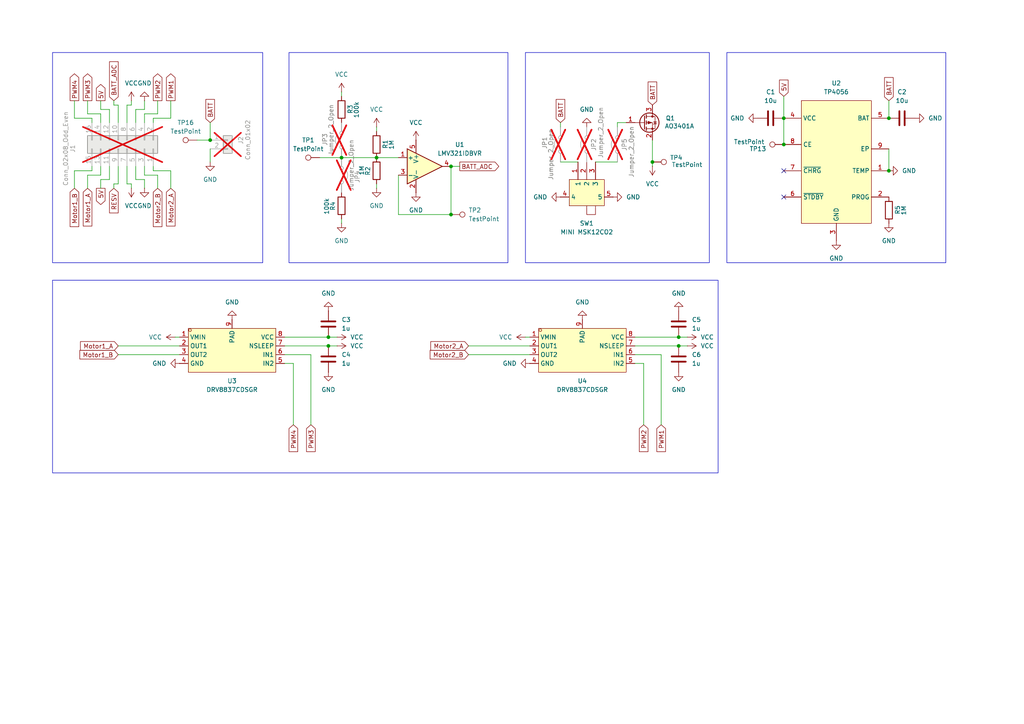
<source format=kicad_sch>
(kicad_sch (version 20231120) (generator "eeschema") (generator_version "8.0")
  (paper "A4")
  (title_block (title "EEE3088F 2024 Group 52 Power") (date "2024-03-23") (rev "v0") (comment 3 "NDXTRI021") (comment 4 "Triss Naidoo"))
  (lib_symbols
    (symbol "Amplifier_Operational:LMV321" (pin_names (offset 0.127))
      (property "Reference" "U" (at 0 5.08 0))
      (property "Value" "LMV321" (at 0 -5.08 0))
      (symbol "LMV321_0_1"
        (polyline (pts (xy -5.08 5.08) (xy 5.08 0) (xy -5.08 -5.08) (xy -5.08 5.08)) (stroke (width 0.254)) (fill (type background)))
        (pin power_in line (at -2.54 -7.62 90) (length 3.81) (name "V-") (number "2"))
        (pin power_in line (at -2.54 7.62 270) (length 3.81) (name "V+") (number "5"))
      )
      (symbol "LMV321_1_1"
        (pin input line (at -7.62 2.54 0) (length 2.54) (name "+") (number "1"))
        (pin input line (at -7.62 -2.54 0) (length 2.54) (name "-") (number "3"))
        (pin output line (at 7.62 0 180) (length 2.54) (name "~") (number "4"))
      )
    )
    (symbol "Connector:TestPoint" (pin_numbers hide) (pin_names (offset 0.762) hide)
      (property "Reference" "TP" (at 0 6.858 0))
      (property "Value" "TestPoint" (at 0 5.08 0))
      (symbol "TestPoint_0_1"
        (circle (center 0 3.302) (radius 0.762))
      )
      (symbol "TestPoint_1_1"
        (pin passive line (at 0 0 90) (length 2.54) (name "1") (number "1"))
      )
    )
    (symbol "Connector_Generic:Conn_01x02" (pin_names (offset 1.016) hide)
      (property "Reference" "J" (at 0 2.54 0))
      (property "Value" "Conn_01x02" (at 0 -5.08 0))
      (symbol "Conn_01x02_1_1"
        (rectangle (start -1.27 -2.413) (end 0 -2.667) (stroke (width 0.1524)))
        (rectangle (start -1.27 0.127) (end 0 -0.127) (stroke (width 0.1524)))
        (rectangle (start -1.27 1.27) (end 1.27 -3.81) (stroke (width 0.254)) (fill (type background)))
        (pin passive line (at -5.08 0 0) (length 3.81) (name "Pin_1") (number "1"))
        (pin passive line (at -5.08 -2.54 0) (length 3.81) (name "Pin_2") (number "2"))
      )
    )
    (symbol "Connector_Generic:Conn_02x08_Odd_Even" (pin_names (offset 1.016) hide)
      (property "Reference" "J" (at 1.27 10.16 0))
      (property "Value" "Conn_02x08_Odd_Even" (at 1.27 -12.7 0))
      (symbol "Conn_02x08_Odd_Even_1_1"
        (rectangle (start -1.27 -10.033) (end 0 -10.287) (stroke (width 0.1524)))
        (rectangle (start -1.27 -7.493) (end 0 -7.747) (stroke (width 0.1524)))
        (rectangle (start -1.27 -4.953) (end 0 -5.207) (stroke (width 0.1524)))
        (rectangle (start -1.27 -2.413) (end 0 -2.667) (stroke (width 0.1524)))
        (rectangle (start -1.27 0.127) (end 0 -0.127) (stroke (width 0.1524)))
        (rectangle (start -1.27 2.667) (end 0 2.413) (stroke (width 0.1524)))
        (rectangle (start -1.27 5.207) (end 0 4.953) (stroke (width 0.1524)))
        (rectangle (start -1.27 7.747) (end 0 7.493) (stroke (width 0.1524)))
        (rectangle (start -1.27 8.89) (end 3.81 -11.43) (stroke (width 0.254)) (fill (type background)))
        (rectangle (start 3.81 -10.033) (end 2.54 -10.287) (stroke (width 0.1524)))
        (rectangle (start 3.81 -7.493) (end 2.54 -7.747) (stroke (width 0.1524)))
        (rectangle (start 3.81 -4.953) (end 2.54 -5.207) (stroke (width 0.1524)))
        (rectangle (start 3.81 -2.413) (end 2.54 -2.667) (stroke (width 0.1524)))
        (rectangle (start 3.81 0.127) (end 2.54 -0.127) (stroke (width 0.1524)))
        (rectangle (start 3.81 2.667) (end 2.54 2.413) (stroke (width 0.1524)))
        (rectangle (start 3.81 5.207) (end 2.54 4.953) (stroke (width 0.1524)))
        (rectangle (start 3.81 7.747) (end 2.54 7.493) (stroke (width 0.1524)))
        (pin passive line (at -5.08 7.62 0) (length 3.81) (name "Pin_1") (number "1"))
        (pin passive line (at 7.62 -2.54 180) (length 3.81) (name "Pin_10") (number "10"))
        (pin passive line (at -5.08 -5.08 0) (length 3.81) (name "Pin_11") (number "11"))
        (pin passive line (at 7.62 -5.08 180) (length 3.81) (name "Pin_12") (number "12"))
        (pin passive line (at -5.08 -7.62 0) (length 3.81) (name "Pin_13") (number "13"))
        (pin passive line (at 7.62 -7.62 180) (length 3.81) (name "Pin_14") (number "14"))
        (pin passive line (at -5.08 -10.16 0) (length 3.81) (name "Pin_15") (number "15"))
        (pin passive line (at 7.62 -10.16 180) (length 3.81) (name "Pin_16") (number "16"))
        (pin passive line (at 7.62 7.62 180) (length 3.81) (name "Pin_2") (number "2"))
        (pin passive line (at -5.08 5.08 0) (length 3.81) (name "Pin_3") (number "3"))
        (pin passive line (at 7.62 5.08 180) (length 3.81) (name "Pin_4") (number "4"))
        (pin passive line (at -5.08 2.54 0) (length 3.81) (name "Pin_5") (number "5"))
        (pin passive line (at 7.62 2.54 180) (length 3.81) (name "Pin_6") (number "6"))
        (pin passive line (at -5.08 0 0) (length 3.81) (name "Pin_7") (number "7"))
        (pin passive line (at 7.62 0 180) (length 3.81) (name "Pin_8") (number "8"))
        (pin passive line (at -5.08 -2.54 0) (length 3.81) (name "Pin_9") (number "9"))
      )
    )
    (symbol "Device:C" (pin_numbers hide) (pin_names (offset 0.254))
      (property "Reference" "C" (at 0.635 2.54 0))
      (property "Value" "C" (at 0.635 -2.54 0))
      (symbol "C_0_1"
        (polyline (pts (xy -2.032 -0.762) (xy 2.032 -0.762)) (stroke (width 0.508)))
        (polyline (pts (xy -2.032 0.762) (xy 2.032 0.762)) (stroke (width 0.508)))
      )
      (symbol "C_1_1"
        (pin passive line (at 0 3.81 270) (length 2.794) (name "~") (number "1"))
        (pin passive line (at 0 -3.81 90) (length 2.794) (name "~") (number "2"))
      )
    )
    (symbol "Device:R" (pin_numbers hide) (pin_names (offset 0))
      (property "Reference" "R" (at 2.032 0 90))
      (property "Value" "R" (at 0 0 90))
      (symbol "R_0_1"
        (rectangle (start -1.016 -2.54) (end 1.016 2.54) (stroke (width 0.254)))
      )
      (symbol "R_1_1"
        (pin passive line (at 0 3.81 270) (length 1.27) (name "~") (number "1"))
        (pin passive line (at 0 -3.81 90) (length 1.27) (name "~") (number "2"))
      )
    )
    (symbol "Easy2Ki:DRV8837CDSGR"
      (property "Reference" "U" (at 0 13.97 0))
      (property "Value" "DRV8837CDSGR" (at 0 -8.89 0))
      (symbol "DRV8837CDSGR_0_1"
        (rectangle (start -12.7 6.35) (end 12.7 -6.35) (fill (type background)))
        (circle (center -12.19 5.84) (radius 0.38))
        (pin unspecified line (at -15.24 3.81 0) (length 2.54) (name "VMIN") (number "1"))
        (pin unspecified line (at -15.24 1.27 0) (length 2.54) (name "OUT1") (number "2"))
        (pin unspecified line (at -15.24 -1.27 0) (length 2.54) (name "OUT2") (number "3"))
        (pin unspecified line (at -15.24 -3.81 0) (length 2.54) (name "GND") (number "4"))
        (pin unspecified line (at 15.24 -3.81 180) (length 2.54) (name "IN2") (number "5"))
        (pin unspecified line (at 15.24 -1.27 180) (length 2.54) (name "IN1") (number "6"))
        (pin unspecified line (at 15.24 1.27 180) (length 2.54) (name "NSLEEP") (number "7"))
        (pin unspecified line (at 15.24 3.81 180) (length 2.54) (name "VCC") (number "8"))
        (pin unspecified line (at 0 8.89 270) (length 2.54) (name "PAD") (number "9"))
      )
    )
    (symbol "Easy2Ki:MINIMSK12CO2"
      (property "Reference" "SW" (at 0 12.7 0))
      (property "Value" "MINI MSK12CO2" (at 0 -7.62 0))
      (symbol "MINIMSK12CO2_0_1"
        (rectangle (start -5.08 2.54) (end 5.08 -5.08) (fill (type background)))
        (polyline (pts (xy 0 -5.08) (xy 0 -7.62) (xy 2.54 -7.62) (xy 2.54 -5.08)))
        (pin unspecified line (at -2.54 7.62 270) (length 5.08) (name "1") (number "1"))
        (pin unspecified line (at 0 7.62 270) (length 5.08) (name "2") (number "2"))
        (pin unspecified line (at 2.54 7.62 270) (length 5.08) (name "3") (number "3"))
        (pin unspecified line (at -7.62 -2.54 0) (length 2.54) (name "4") (number "4"))
        (pin unspecified line (at 7.62 -2.54 180) (length 2.54) (name "5") (number "5"))
      )
    )
    (symbol "Easy2Ki:TP4056"
      (property "Reference" "U" (at 0 20.32 0))
      (property "Value" "TP4056" (at 0 -25.4 0))
      (symbol "TP4056_0_1"
        (rectangle (start -10.16 20.32) (end 10.16 -15.24) (fill (type background)))
        (pin unspecified line (at 15.24 0 180) (length 5.08) (name "TEMP") (number "1"))
        (pin unspecified line (at 15.24 -7.62 180) (length 5.08) (name "PROG") (number "2"))
        (pin unspecified line (at 0 -20.32 90) (length 5.08) (name "GND") (number "3"))
        (pin unspecified line (at -15.24 15.24 0) (length 5.08) (name "VCC") (number "4"))
        (pin unspecified line (at 15.24 15.24 180) (length 5.08) (name "BAT") (number "5"))
        (pin unspecified line (at -15.24 -7.62 0) (length 5.08) (name "~{STDBY}") (number "6"))
        (pin unspecified line (at -15.24 0 0) (length 5.08) (name "~{CHRG}") (number "7"))
        (pin unspecified line (at -15.24 7.62 0) (length 5.08) (name "CE") (number "8"))
        (pin unspecified line (at 15.24 6.35 180) (length 5.08) (name "EP") (number "9"))
      )
    )
    (symbol "Jumper:Jumper_2_Open" (pin_numbers hide) (pin_names (offset 0) hide) (exclude_from_sim yes)
      (property "Reference" "JP" (at 0 2.794 0))
      (property "Value" "Jumper_2_Open" (at 0 -2.286 0))
      (symbol "Jumper_2_Open_0_0"
        (circle (center -2.032 0) (radius 0.508))
        (circle (center 2.032 0) (radius 0.508))
      )
      (symbol "Jumper_2_Open_0_1"
        (arc (start 1.524 1.27) (mid 0 1.778) (end -1.524 1.27))
      )
      (symbol "Jumper_2_Open_1_1"
        (pin passive line (at -5.08 0 0) (length 2.54) (name "A") (number "1"))
        (pin passive line (at 5.08 0 180) (length 2.54) (name "B") (number "2"))
      )
    )
    (symbol "Transistor_FET:AO3401A" (pin_names hide)
      (property "Reference" "Q" (at 5.08 1.905 0))
      (property "Value" "AO3401A" (at 5.08 0 0))
      (symbol "AO3401A_0_1"
        (polyline (pts (xy 0.254 0) (xy -2.54 0)))
        (polyline (pts (xy 0.254 1.905) (xy 0.254 -1.905)) (stroke (width 0.254)))
        (polyline (pts (xy 0.762 -1.27) (xy 0.762 -2.286)) (stroke (width 0.254)))
        (polyline (pts (xy 0.762 0.508) (xy 0.762 -0.508)) (stroke (width 0.254)))
        (polyline (pts (xy 0.762 2.286) (xy 0.762 1.27)) (stroke (width 0.254)))
        (polyline (pts (xy 2.54 2.54) (xy 2.54 1.778)))
        (polyline (pts (xy 2.54 -2.54) (xy 2.54 0) (xy 0.762 0)))
        (polyline (pts (xy 0.762 1.778) (xy 3.302 1.778) (xy 3.302 -1.778) (xy 0.762 -1.778)))
        (polyline (pts (xy 2.286 0) (xy 1.27 0.381) (xy 1.27 -0.381) (xy 2.286 0)) (fill (type outline)))
        (polyline (pts (xy 2.794 -0.508) (xy 2.921 -0.381) (xy 3.683 -0.381) (xy 3.81 -0.254)))
        (polyline (pts (xy 3.302 -0.381) (xy 2.921 0.254) (xy 3.683 0.254) (xy 3.302 -0.381)))
        (circle (center 1.651 0) (radius 2.794) (stroke (width 0.254)))
        (circle (center 2.54 -1.778) (radius 0.254) (fill (type outline)))
        (circle (center 2.54 1.778) (radius 0.254) (fill (type outline)))
      )
      (symbol "AO3401A_1_1"
        (pin input line (at -5.08 0 0) (length 2.54) (name "G") (number "1"))
        (pin passive line (at 2.54 -5.08 90) (length 2.54) (name "S") (number "2"))
        (pin passive line (at 2.54 5.08 270) (length 2.54) (name "D") (number "3"))
      )
    )
    (symbol "power:GND" (power) (pin_numbers hide) (pin_names (offset 0) hide)
      (property "Value" "GND" (at 0 -3.81 0))
      (symbol "GND_0_1"
        (polyline (pts (xy 0 0) (xy 0 -1.27) (xy 1.27 -1.27) (xy 0 -2.54) (xy -1.27 -1.27) (xy 0 -1.27)))
      )
      (symbol "GND_1_1"
        (pin power_in line (at 0 0 270) (length 0) (name "~") (number "1"))
      )
    )
    (symbol "power:VCC" (power) (pin_numbers hide) (pin_names (offset 0) hide)
      (property "Value" "VCC" (at 0 3.556 0))
      (symbol "VCC_0_1"
        (polyline (pts (xy -0.762 1.27) (xy 0 2.54)))
        (polyline (pts (xy 0 0) (xy 0 2.54)))
        (polyline (pts (xy 0 2.54) (xy 0.762 1.27)))
      )
      (symbol "VCC_1_1"
        (pin power_in line (at 0 0 90) (length 0) (name "~") (number "1"))
      )
    )
  )
  (junction (at 130.81 48.26))
  (junction (at 196.85 100.33))
  (junction (at 196.85 97.79))
  (junction (at 95.25 97.79))
  (junction (at 257.81 49.53))
  (junction (at 227.33 41.91))
  (junction (at 99.06 45.72))
  (junction (at 109.22 45.72))
  (junction (at 257.81 34.29))
  (junction (at 95.25 100.33))
  (junction (at 60.96 40.64))
  (junction (at 130.81 62.23))
  (junction (at 227.33 34.29))
  (junction (at 189.23 46.99))
  (no_connect (at 227.33 57.15))
  (no_connect (at 227.33 49.53))
  (wire (pts (xy 39.37 31.75) (xy 39.37 35.56)))
  (wire (pts (xy 34.29 53.34) (xy 33.02 53.34)))
  (wire (pts (xy 184.15 97.79) (xy 196.85 97.79)))
  (wire (pts (xy 184.15 102.87) (xy 191.77 102.87)))
  (wire (pts (xy 184.15 100.33) (xy 196.85 100.33)))
  (wire (pts (xy 227.33 27.94) (xy 227.33 34.29)))
  (wire (pts (xy 99.06 63.5) (xy 99.06 64.77)))
  (wire (pts (xy 82.55 97.79) (xy 95.25 97.79)))
  (wire (pts (xy 25.4 50.8) (xy 25.4 54.61)))
  (wire (pts (xy 162.56 46.99) (xy 167.64 46.99)))
  (wire (pts (xy 39.37 48.26) (xy 39.37 52.07)))
  (wire (pts (xy 26.67 48.26) (xy 26.67 49.53)))
  (wire (pts (xy 29.21 48.26) (xy 29.21 50.8)))
  (wire (pts (xy 45.72 29.21) (xy 45.72 33.02)))
  (wire (pts (xy 33.02 29.21) (xy 33.02 30.48)))
  (wire (pts (xy 41.91 50.8) (xy 45.72 50.8)))
  (wire (pts (xy 227.33 34.29) (xy 227.33 41.91)))
  (wire (pts (xy 82.55 100.33) (xy 95.25 100.33)))
  (wire (pts (xy 257.81 49.53) (xy 257.81 43.18)))
  (wire (pts (xy 99.06 26.67) (xy 99.06 27.94)))
  (wire (pts (xy 109.22 45.72) (xy 115.57 45.72)))
  (wire (pts (xy 109.22 36.83) (xy 109.22 38.1)))
  (wire (pts (xy 186.69 105.41) (xy 184.15 105.41)))
  (wire (pts (xy 38.1 30.48) (xy 36.83 30.48)))
  (wire (pts (xy 41.91 31.75) (xy 39.37 31.75)))
  (wire (pts (xy 25.4 29.21) (xy 25.4 33.02)))
  (wire (pts (xy 36.83 48.26) (xy 36.83 53.34)))
  (wire (pts (xy 186.69 105.41) (xy 186.69 123.19)))
  (wire (pts (xy 38.1 53.34) (xy 36.83 53.34)))
  (wire (pts (xy 25.4 33.02) (xy 29.21 33.02)))
  (wire (pts (xy 21.59 49.53) (xy 21.59 54.61)))
  (wire (pts (xy 189.23 40.64) (xy 189.23 46.99)))
  (wire (pts (xy 44.45 48.26) (xy 44.45 49.53)))
  (wire (pts (xy 21.59 29.21) (xy 21.59 34.29)))
  (wire (pts (xy 49.53 34.29) (xy 44.45 34.29)))
  (wire (pts (xy 38.1 29.21) (xy 38.1 30.48)))
  (wire (pts (xy 29.21 50.8) (xy 25.4 50.8)))
  (wire (pts (xy 44.45 34.29) (xy 44.45 35.56)))
  (wire (pts (xy 257.81 29.21) (xy 257.81 34.29)))
  (wire (pts (xy 152.4 97.79) (xy 153.67 97.79)))
  (wire (pts (xy 60.96 43.18) (xy 60.96 46.99)))
  (wire (pts (xy 26.67 34.29) (xy 26.67 35.56)))
  (wire (pts (xy 196.85 100.33) (xy 199.39 100.33)))
  (wire (pts (xy 31.75 31.75) (xy 31.75 35.56)))
  (wire (pts (xy 33.02 53.34) (xy 33.02 54.61)))
  (wire (pts (xy 34.29 30.48) (xy 34.29 35.56)))
  (wire (pts (xy 34.29 100.33) (xy 52.07 100.33)))
  (wire (pts (xy 34.29 102.87) (xy 52.07 102.87)))
  (wire (pts (xy 191.77 102.87) (xy 191.77 123.19)))
  (wire (pts (xy 135.89 100.33) (xy 153.67 100.33)))
  (wire (pts (xy 189.23 46.99) (xy 189.23 48.26)))
  (wire (pts (xy 31.75 48.26) (xy 31.75 52.07)))
  (wire (pts (xy 50.8 97.79) (xy 52.07 97.79)))
  (wire (pts (xy 29.21 33.02) (xy 29.21 35.56)))
  (wire (pts (xy 85.09 105.41) (xy 85.09 123.19)))
  (wire (pts (xy 115.57 50.8) (xy 115.57 62.23)))
  (wire (pts (xy 82.55 102.87) (xy 90.17 102.87)))
  (wire (pts (xy 95.25 100.33) (xy 97.79 100.33)))
  (wire (pts (xy 162.56 35.56) (xy 162.56 36.83)))
  (wire (pts (xy 38.1 54.61) (xy 38.1 53.34)))
  (wire (pts (xy 29.21 52.07) (xy 29.21 54.61)))
  (wire (pts (xy 130.81 48.26) (xy 133.35 48.26)))
  (wire (pts (xy 179.07 35.56) (xy 181.61 35.56)))
  (wire (pts (xy 90.17 102.87) (xy 90.17 123.19)))
  (wire (pts (xy 33.02 30.48) (xy 34.29 30.48)))
  (wire (pts (xy 179.07 46.99) (xy 172.72 46.99)))
  (wire (pts (xy 60.96 35.56) (xy 60.96 40.64)))
  (wire (pts (xy 92.71 45.72) (xy 99.06 45.72)))
  (wire (pts (xy 45.72 33.02) (xy 41.91 33.02)))
  (wire (pts (xy 41.91 52.07) (xy 41.91 54.61)))
  (wire (pts (xy 130.81 62.23) (xy 130.81 48.26)))
  (wire (pts (xy 36.83 30.48) (xy 36.83 35.56)))
  (wire (pts (xy 34.29 48.26) (xy 34.29 53.34)))
  (wire (pts (xy 109.22 53.34) (xy 109.22 54.61)))
  (wire (pts (xy 196.85 97.79) (xy 199.39 97.79)))
  (wire (pts (xy 41.91 29.21) (xy 41.91 31.75)))
  (wire (pts (xy 95.25 97.79) (xy 97.79 97.79)))
  (wire (pts (xy 26.67 49.53) (xy 21.59 49.53)))
  (wire (pts (xy 45.72 50.8) (xy 45.72 54.61)))
  (wire (pts (xy 39.37 52.07) (xy 41.91 52.07)))
  (wire (pts (xy 41.91 48.26) (xy 41.91 50.8)))
  (wire (pts (xy 44.45 49.53) (xy 49.53 49.53)))
  (wire (pts (xy 21.59 34.29) (xy 26.67 34.29)))
  (wire (pts (xy 135.89 102.87) (xy 153.67 102.87)))
  (wire (pts (xy 85.09 105.41) (xy 82.55 105.41)))
  (wire (pts (xy 49.53 49.53) (xy 49.53 54.61)))
  (wire (pts (xy 41.91 33.02) (xy 41.91 35.56)))
  (wire (pts (xy 57.15 40.64) (xy 60.96 40.64)))
  (wire (pts (xy 49.53 29.21) (xy 49.53 34.29)))
  (wire (pts (xy 99.06 45.72) (xy 109.22 45.72)))
  (wire (pts (xy 115.57 62.23) (xy 130.81 62.23)))
  (wire (pts (xy 179.07 36.83) (xy 179.07 35.56)))
  (wire (pts (xy 29.21 31.75) (xy 31.75 31.75)))
  (wire (pts (xy 29.21 29.21) (xy 29.21 31.75)))
  (wire (pts (xy 31.75 52.07) (xy 29.21 52.07)))
  (rectangle (start 15.24 81.28) (end 208.28 137.16))
  (rectangle (start 152.4 15.24) (end 205.74 76.2))
  (rectangle (start 83.82 15.24) (end 147.32 76.2))
  (rectangle (start 210.82 15.24) (end 274.32 76.2))
  (rectangle (start 15.24 15.24) (end 76.2 76.2))
  (global_label "5V" (shape output) (at 29.21 29.21 90) (property "Intersheetrefs" "${INTERSHEET_REFS}" (effects (hide yes))))
  (global_label "Motor2_A" (shape input) (at 135.89 100.33 180) (property "Intersheetrefs" "${INTERSHEET_REFS}" (effects (hide yes))))
  (global_label "Motor1_B" (shape input) (at 21.59 54.61 270) (property "Intersheetrefs" "${INTERSHEET_REFS}" (effects (hide yes))))
  (global_label "5V" (shape output) (at 29.21 54.61 270) (property "Intersheetrefs" "${INTERSHEET_REFS}" (effects (hide yes))))
  (global_label "PWM4" (shape input) (at 85.09 123.19 270) (property "Intersheetrefs" "${INTERSHEET_REFS}" (effects (hide yes))))
  (global_label "PWM4" (shape output) (at 21.59 29.21 90) (property "Intersheetrefs" "${INTERSHEET_REFS}" (effects (hide yes))))
  (global_label "PWM3" (shape input) (at 90.17 123.19 270) (property "Intersheetrefs" "${INTERSHEET_REFS}" (effects (hide yes))))
  (global_label "Motor1_A" (shape input) (at 34.29 100.33 180) (property "Intersheetrefs" "${INTERSHEET_REFS}" (effects (hide yes))))
  (global_label "PWM1" (shape output) (at 49.53 29.21 90) (property "Intersheetrefs" "${INTERSHEET_REFS}" (effects (hide yes))))
  (global_label "Motor1_B" (shape input) (at 34.29 102.87 180) (property "Intersheetrefs" "${INTERSHEET_REFS}" (effects (hide yes))))
  (global_label "BATT" (shape input) (at 162.56 35.56 90) (property "Intersheetrefs" "${INTERSHEET_REFS}" (effects (hide yes))))
  (global_label "Motor2_B" (shape input) (at 135.89 102.87 180) (property "Intersheetrefs" "${INTERSHEET_REFS}" (effects (hide yes))))
  (global_label "BATT" (shape input) (at 60.96 35.56 90) (property "Intersheetrefs" "${INTERSHEET_REFS}" (effects (hide yes))))
  (global_label "Motor1_A" (shape input) (at 25.4 54.61 270) (property "Intersheetrefs" "${INTERSHEET_REFS}" (effects (hide yes))))
  (global_label "PWM2" (shape input) (at 186.69 123.19 270) (property "Intersheetrefs" "${INTERSHEET_REFS}" (effects (hide yes))))
  (global_label "PWM3" (shape output) (at 25.4 29.21 90) (property "Intersheetrefs" "${INTERSHEET_REFS}" (effects (hide yes))))
  (global_label "RESV" (shape input) (at 33.02 54.61 270) (property "Intersheetrefs" "${INTERSHEET_REFS}" (effects (hide yes))))
  (global_label "PWM2" (shape output) (at 45.72 29.21 90) (property "Intersheetrefs" "${INTERSHEET_REFS}" (effects (hide yes))))
  (global_label "Motor2_A" (shape input) (at 49.53 54.61 270) (property "Intersheetrefs" "${INTERSHEET_REFS}" (effects (hide yes))))
  (global_label "BATT" (shape input) (at 189.23 30.48 90) (property "Intersheetrefs" "${INTERSHEET_REFS}" (effects (hide yes))))
  (global_label "BATT_ADC" (shape input) (at 33.02 29.21 90) (property "Intersheetrefs" "${INTERSHEET_REFS}" (effects (hide yes))))
  (global_label "BATT" (shape input) (at 257.81 29.21 90) (property "Intersheetrefs" "${INTERSHEET_REFS}" (effects (hide yes))))
  (global_label "Motor2_B" (shape input) (at 45.72 54.61 270) (property "Intersheetrefs" "${INTERSHEET_REFS}" (effects (hide yes))))
  (global_label "5V" (shape input) (at 227.33 27.94 90) (property "Intersheetrefs" "${INTERSHEET_REFS}" (effects (hide yes))))
  (global_label "BATT_ADC" (shape output) (at 133.35 48.26 0) (property "Intersheetrefs" "${INTERSHEET_REFS}" (effects (hide yes))))
  (global_label "PWM1" (shape input) (at 191.77 123.19 270) (property "Intersheetrefs" "${INTERSHEET_REFS}" (effects (hide yes))))
  (symbol (lib_id "power:GND") (at 196.85 107.95 0) (unit 1)
    (property "Reference" "#PWR029" (effects (hide yes)))
    (property "Value" "GND" (at 196.85 113.03 0))
    (property "Description" "Power symbol creates a global label with name \"GND\" , ground" (effects (hide yes)))
  )
  (symbol (lib_id "power:VCC") (at 199.39 97.79 270) (unit 1)
    (property "Reference" "#PWR030" (effects (hide yes)))
    (property "Value" "VCC" (at 203.2 97.7899 90) (effects (justify left)))
    (property "Description" "Power symbol creates a global label with name \"VCC\"" (effects (hide yes)))
  )
  (symbol (lib_id "Jumper:Jumper_2_Open") (at 162.56 41.91 90) (unit 1) (exclude_from_sim yes) (in_bom no) (dnp yes)
    (property "Reference" "JP1" (at 157.988 39.624 0) (effects (justify right)))
    (property "Value" "Jumper_2_Open" (at 159.766 37.338 0) (effects (justify right)))
    (property "Footprint" "Easy2Ki_Library:SolderJumper-3_P1.3mm_Open_Pad1.0x1.5mm_NumberLabels" (effects (hide yes)))
    (property "Description" "Jumper, 2-pole, open" (effects (hide yes)))
  )
  (symbol (lib_id "Device:C") (at 223.52 34.29 90) (unit 1)
    (property "Reference" "C1" (at 223.52 26.67 90))
    (property "Value" "10u" (at 223.52 29.21 90))
    (property "Footprint" "Capacitor_SMD:C_0603_1608Metric" (effects (hide yes)))
    (property "Description" "Unpolarized capacitor" (effects (hide yes)))
  )
  (symbol (lib_id "power:GND") (at 257.81 49.53 90) (unit 1)
    (property "Reference" "#PWR08" (effects (hide yes)))
    (property "Value" "GND" (at 261.62 49.5299 90) (effects (justify right)))
    (property "Description" "Power symbol creates a global label with name \"GND\" , ground" (effects (hide yes)))
  )
  (symbol (lib_id "Connector:TestPoint") (at 57.15 40.64 90) (unit 1)
    (property "Reference" "TP16" (at 53.848 35.56 90))
    (property "Value" "TestPoint" (at 53.848 38.1 90))
    (property "Footprint" "TestPoint:TestPoint_THTPad_D1.5mm_Drill0.7mm" (effects (hide yes)))
    (property "Description" "test point" (effects (hide yes)))
  )
  (symbol (lib_id "power:VCC") (at 189.23 48.26 180) (unit 1)
    (property "Reference" "#PWR022" (effects (hide yes)))
    (property "Value" "VCC" (at 189.23 53.34 0))
    (property "Description" "Power symbol creates a global label with name \"VCC\"" (effects (hide yes)))
  )
  (symbol (lib_id "Jumper:Jumper_2_Open") (at 99.06 40.64 90) (unit 1) (exclude_from_sim yes) (in_bom no) (dnp yes)
    (property "Reference" "JP3" (at 94.234 38.608 0) (effects (justify right)))
    (property "Value" "Jumper_2_Open" (at 96.012 30.226 0) (effects (justify right)))
    (property "Footprint" "Easy2Ki_Library:SolderJumper-3_P1.3mm_Open_Pad1.0x1.5mm_NumberLabels" (effects (hide yes)))
    (property "Description" "Jumper, 2-pole, open" (effects (hide yes)))
  )
  (symbol (lib_id "power:VCC") (at 199.39 100.33 270) (unit 1)
    (property "Reference" "#PWR031" (effects (hide yes)))
    (property "Value" "VCC" (at 203.2 100.3299 90) (effects (justify left)))
    (property "Description" "Power symbol creates a global label with name \"VCC\"" (effects (hide yes)))
  )
  (symbol (lib_id "power:GND") (at 52.07 105.41 270) (unit 1)
    (property "Reference" "#PWR012" (effects (hide yes)))
    (property "Value" "GND" (at 48.26 105.4099 90) (effects (justify right)))
    (property "Description" "Power symbol creates a global label with name \"GND\" , ground" (effects (hide yes)))
  )
  (symbol (lib_id "power:GND") (at 162.56 57.15 270) (unit 1)
    (property "Reference" "#PWR032" (effects (hide yes)))
    (property "Value" "GND" (at 158.75 57.1499 90) (effects (justify right)))
    (property "Description" "Power symbol creates a global label with name \"GND\" , ground" (effects (hide yes)))
  )
  (symbol (lib_id "Easy2Ki:DRV8837CDSGR") (at 168.91 101.6 0) (unit 1)
    (property "Reference" "U4" (at 168.91 110.49 0))
    (property "Value" "DRV8837CDSGR" (at 168.91 113.03 0))
    (property "Footprint" "Easy2Ki_Library:WSON-8_L2.0-W2.0-P0.50-TL-EP" (effects (hide yes)))
    (property "Datasheet" "https://lcsc.com/product-detail/Others_Texas-Instruments_DRV8837CDSGR_Texas-Instruments-TI-DRV8837CDSGR_C191000.html" (effects (hide yes)))
    (property "LCSC Part" "C191000" (effects (hide yes)))
  )
  (symbol (lib_id "power:GND") (at 153.67 105.41 270) (unit 1)
    (property "Reference" "#PWR026" (effects (hide yes)))
    (property "Value" "GND" (at 149.86 105.4099 90) (effects (justify right)))
    (property "Description" "Power symbol creates a global label with name \"GND\" , ground" (effects (hide yes)))
  )
  (symbol (lib_id "power:GND") (at 177.8 57.15 90) (unit 1)
    (property "Reference" "#PWR033" (effects (hide yes)))
    (property "Value" "GND" (at 181.61 57.1499 90) (effects (justify right)))
    (property "Description" "Power symbol creates a global label with name \"GND\" , ground" (effects (hide yes)))
  )
  (symbol (lib_id "power:VCC") (at 109.22 36.83 0) (unit 1)
    (property "Reference" "#PWR018" (effects (hide yes)))
    (property "Value" "VCC" (at 109.22 31.75 0))
    (property "Description" "Power symbol creates a global label with name \"VCC\"" (effects (hide yes)))
  )
  (symbol (lib_id "power:VCC") (at 50.8 97.79 90) (unit 1)
    (property "Reference" "#PWR015" (effects (hide yes)))
    (property "Value" "VCC" (at 46.99 97.7899 90) (effects (justify left)))
    (property "Description" "Power symbol creates a global label with name \"VCC\"" (effects (hide yes)))
  )
  (symbol (lib_id "Device:C") (at 95.25 104.14 0) (unit 1)
    (property "Reference" "C4" (at 99.06 102.8699 0) (effects (justify left)))
    (property "Value" "1u" (at 99.06 105.4099 0) (effects (justify left)))
    (property "Footprint" "Capacitor_SMD:C_0603_1608Metric" (effects (hide yes)))
    (property "Description" "Unpolarized capacitor" (effects (hide yes)))
  )
  (symbol (lib_id "power:GND") (at 196.85 90.17 180) (unit 1)
    (property "Reference" "#PWR028" (effects (hide yes)))
    (property "Value" "GND" (at 196.85 85.09 0))
    (property "Description" "Power symbol creates a global label with name \"GND\" , ground" (effects (hide yes)))
  )
  (symbol (lib_id "power:GND") (at 67.31 92.71 180) (unit 1)
    (property "Reference" "#PWR024" (effects (hide yes)))
    (property "Value" "GND" (at 67.31 87.63 0))
    (property "Description" "Power symbol creates a global label with name \"GND\" , ground" (effects (hide yes)))
  )
  (symbol (lib_id "power:GND") (at 170.18 36.83 180) (unit 1)
    (property "Reference" "#PWR034" (effects (hide yes)))
    (property "Value" "GND" (at 170.18 31.75 0))
    (property "Description" "Power symbol creates a global label with name \"GND\" , ground" (effects (hide yes)))
  )
  (symbol (lib_id "power:GND") (at 99.06 64.77 0) (unit 1)
    (property "Reference" "#PWR06" (effects (hide yes)))
    (property "Value" "GND" (at 99.06 69.85 0))
    (property "Description" "Power symbol creates a global label with name \"GND\" , ground" (effects (hide yes)))
  )
  (symbol (lib_id "Device:R") (at 257.81 60.96 0) (unit 1)
    (property "Reference" "R5" (at 260.35 62.23 90) (effects (justify left)))
    (property "Value" "1M" (at 262.128 62.484 90) (effects (justify left)))
    (property "Footprint" "Resistor_SMD:R_0603_1608Metric" (effects (hide yes)))
    (property "Description" "Resistor" (effects (hide yes)))
  )
  (symbol (lib_id "Device:R") (at 109.22 49.53 180) (unit 1)
    (property "Reference" "R2" (at 106.68 48.26 90) (effects (justify left)))
    (property "Value" "1M" (at 104.902 48.006 90) (effects (justify left)))
    (property "Footprint" "Resistor_SMD:R_0603_1608Metric" (effects (hide yes)))
    (property "Description" "Resistor" (effects (hide yes)))
  )
  (symbol (lib_id "power:VCC") (at 97.79 100.33 270) (unit 1)
    (property "Reference" "#PWR017" (effects (hide yes)))
    (property "Value" "VCC" (at 101.6 100.3299 90) (effects (justify left)))
    (property "Description" "Power symbol creates a global label with name \"VCC\"" (effects (hide yes)))
  )
  (symbol (lib_id "Device:R") (at 109.22 41.91 0) (unit 1)
    (property "Reference" "R1" (at 111.76 43.18 90) (effects (justify left)))
    (property "Value" "1M" (at 113.538 43.434 90) (effects (justify left)))
    (property "Footprint" "Resistor_SMD:R_0603_1608Metric" (effects (hide yes)))
    (property "Description" "Resistor" (effects (hide yes)))
  )
  (symbol (lib_id "Connector:TestPoint") (at 130.81 62.23 270) (unit 1)
    (property "Reference" "TP2" (at 135.89 60.9599 90) (effects (justify left)))
    (property "Value" "TestPoint" (at 135.89 63.4999 90) (effects (justify left)))
    (property "Footprint" "TestPoint:TestPoint_THTPad_D1.5mm_Drill0.7mm" (effects (hide yes)))
    (property "Description" "test point" (effects (hide yes)))
  )
  (symbol (lib_id "power:GND") (at 168.91 92.71 180) (unit 1)
    (property "Reference" "#PWR027" (effects (hide yes)))
    (property "Value" "GND" (at 168.91 87.63 0))
    (property "Description" "Power symbol creates a global label with name \"GND\" , ground" (effects (hide yes)))
  )
  (symbol (lib_id "power:VCC") (at 152.4 97.79 90) (unit 1)
    (property "Reference" "#PWR025" (effects (hide yes)))
    (property "Value" "VCC" (at 148.59 97.7899 90) (effects (justify left)))
    (property "Description" "Power symbol creates a global label with name \"VCC\"" (effects (hide yes)))
  )
  (symbol (lib_id "Connector:TestPoint") (at 227.33 41.91 90) (unit 1)
    (property "Reference" "TP13" (at 222.25 43.1801 90) (effects (justify left)))
    (property "Value" "TestPoint" (at 221.742 41.148 90) (effects (justify left)))
    (property "Footprint" "TestPoint:TestPoint_THTPad_D1.5mm_Drill0.7mm" (effects (hide yes)))
    (property "Description" "test point" (effects (hide yes)))
  )
  (symbol (lib_id "power:VCC") (at 38.1 29.21 0) (unit 1)
    (property "Reference" "#PWR021" (effects (hide yes)))
    (property "Value" "VCC" (at 38.1 24.13 0))
    (property "Description" "Power symbol creates a global label with name \"VCC\"" (effects (hide yes)))
  )
  (symbol (lib_id "power:GND") (at 41.91 29.21 180) (unit 1)
    (property "Reference" "#PWR03" (effects (hide yes)))
    (property "Value" "GND" (at 41.91 24.13 0))
    (property "Description" "Power symbol creates a global label with name \"GND\" , ground" (effects (hide yes)))
  )
  (symbol (lib_id "power:GND") (at 60.96 46.99 0) (unit 1)
    (property "Reference" "#PWR05" (effects (hide yes)))
    (property "Value" "GND" (at 60.96 52.07 0))
    (property "Description" "Power symbol creates a global label with name \"GND\" , ground" (effects (hide yes)))
  )
  (symbol (lib_id "Connector_Generic:Conn_02x08_Odd_Even") (at 36.83 43.18 270) (mirror x) (unit 1) (in_bom no) (dnp yes)
    (property "Reference" "J1" (at 21.082 41.91 0) (effects (justify right)))
    (property "Value" "Conn_02x08_Odd_Even" (at 19.05 32.258 0) (effects (justify right)))
    (property "Footprint" "Connector_PinHeader_2.54mm:PinHeader_2x08_P2.54mm_Vertical" (effects (hide yes)))
    (property "Description" "Generic connector, double row, 02x08, odd/even pin numbering scheme (row 1 odd numbers, row 2 even numbers), script generated (kicad-library-utils/schlib/autogen/connector/)" (effects (hide yes)))
  )
  (symbol (lib_id "Device:C") (at 196.85 104.14 0) (unit 1)
    (property "Reference" "C6" (at 200.66 102.8699 0) (effects (justify left)))
    (property "Value" "1u" (at 200.66 105.4099 0) (effects (justify left)))
    (property "Footprint" "Capacitor_SMD:C_0603_1608Metric" (effects (hide yes)))
    (property "Description" "Unpolarized capacitor" (effects (hide yes)))
  )
  (symbol (lib_id "Easy2Ki:MINIMSK12CO2") (at 170.18 54.61 0) (unit 1)
    (property "Reference" "SW1" (at 170.18 64.77 0))
    (property "Value" "MINI MSK12CO2" (at 170.18 67.31 0))
    (property "Footprint" "Easy2Ki_Library:SW-SMD_MSK12CO2" (effects (hide yes)))
    (property "LCSC Part" "C2681570" (effects (hide yes)))
  )
  (symbol (lib_id "power:GND") (at 120.65 55.88 0) (unit 1)
    (property "Reference" "#PWR04" (effects (hide yes)))
    (property "Value" "GND" (at 120.65 60.96 0))
    (property "Description" "Power symbol creates a global label with name \"GND\" , ground" (effects (hide yes)))
  )
  (symbol (lib_id "Connector:TestPoint") (at 92.71 45.72 90) (unit 1)
    (property "Reference" "TP1" (at 89.408 40.64 90))
    (property "Value" "TestPoint" (at 89.408 43.18 90))
    (property "Footprint" "TestPoint:TestPoint_THTPad_D1.5mm_Drill0.7mm" (effects (hide yes)))
    (property "Description" "test point" (effects (hide yes)))
  )
  (symbol (lib_id "Device:C") (at 95.25 93.98 180) (unit 1)
    (property "Reference" "C3" (at 99.06 92.7099 0) (effects (justify right)))
    (property "Value" "1u" (at 99.06 95.2499 0) (effects (justify right)))
    (property "Footprint" "Capacitor_SMD:C_0603_1608Metric" (effects (hide yes)))
    (property "Description" "Unpolarized capacitor" (effects (hide yes)))
  )
  (symbol (lib_id "Device:C") (at 261.62 34.29 90) (unit 1)
    (property "Reference" "C2" (at 261.62 26.67 90))
    (property "Value" "10u" (at 261.62 29.21 90))
    (property "Footprint" "Capacitor_SMD:C_0603_1608Metric" (effects (hide yes)))
    (property "Description" "Unpolarized capacitor" (effects (hide yes)))
  )
  (symbol (lib_id "Device:R") (at 99.06 31.75 0) (unit 1)
    (property "Reference" "R3" (at 101.6 33.02 90) (effects (justify left)))
    (property "Value" "100k" (at 103.378 34.29 90) (effects (justify left)))
    (property "Footprint" "Resistor_SMD:R_0603_1608Metric" (effects (hide yes)))
    (property "Description" "Resistor" (effects (hide yes)))
  )
  (symbol (lib_id "Connector:TestPoint") (at 189.23 46.99 270) (unit 1)
    (property "Reference" "TP4" (at 194.31 45.7199 90) (effects (justify left)))
    (property "Value" "TestPoint" (at 194.818 47.752 90) (effects (justify left)))
    (property "Footprint" "TestPoint:TestPoint_THTPad_D1.5mm_Drill0.7mm" (effects (hide yes)))
    (property "Description" "test point" (effects (hide yes)))
  )
  (symbol (lib_id "power:GND") (at 109.22 54.61 0) (unit 1)
    (property "Reference" "#PWR01" (effects (hide yes)))
    (property "Value" "GND" (at 109.22 59.69 0))
    (property "Description" "Power symbol creates a global label with name \"GND\" , ground" (effects (hide yes)))
  )
  (symbol (lib_id "Device:R") (at 99.06 59.69 180) (unit 1)
    (property "Reference" "R4" (at 96.52 58.42 90) (effects (justify left)))
    (property "Value" "100k" (at 94.742 57.404 90) (effects (justify left)))
    (property "Footprint" "Resistor_SMD:R_0603_1608Metric" (effects (hide yes)))
    (property "Description" "Resistor" (effects (hide yes)))
  )
  (symbol (lib_id "Jumper:Jumper_2_Open") (at 99.06 50.8 270) (unit 1) (exclude_from_sim yes) (in_bom no) (dnp yes)
    (property "Reference" "JP4" (at 103.632 53.086 0) (effects (justify right)))
    (property "Value" "Jumper_2_Open" (at 101.854 55.372 0) (effects (justify right)))
    (property "Footprint" "Easy2Ki_Library:SolderJumper-3_P1.3mm_Open_Pad1.0x1.5mm_NumberLabels" (effects (hide yes)))
    (property "Description" "Jumper, 2-pole, open" (effects (hide yes)))
  )
  (symbol (lib_id "power:GND") (at 265.43 34.29 90) (unit 1)
    (property "Reference" "#PWR010" (effects (hide yes)))
    (property "Value" "GND" (at 269.24 34.2899 90) (effects (justify right)))
    (property "Description" "Power symbol creates a global label with name \"GND\" , ground" (effects (hide yes)))
  )
  (symbol (lib_id "Connector_Generic:Conn_01x02") (at 66.04 40.64 0) (unit 1) (in_bom no) (dnp yes)
    (property "Reference" "J2" (at 69.85 41.91 90) (effects (justify left)))
    (property "Value" "Conn_01x02" (at 71.882 46.482 90) (effects (justify left)))
    (property "Footprint" "Connector_JST:JST_PH_S2B-PH-K_1x02_P2.00mm_Horizontal" (effects (hide yes)))
    (property "Description" "Generic connector, single row, 01x02, script generated (kicad-library-utils/schlib/autogen/connector/)" (effects (hide yes)))
  )
  (symbol (lib_id "power:GND") (at 242.57 69.85 0) (unit 1)
    (property "Reference" "#PWR09" (effects (hide yes)))
    (property "Value" "GND" (at 242.57 74.93 0))
    (property "Description" "Power symbol creates a global label with name \"GND\" , ground" (effects (hide yes)))
  )
  (symbol (lib_id "power:VCC") (at 38.1 54.61 180) (unit 1)
    (property "Reference" "#PWR023" (effects (hide yes)))
    (property "Value" "VCC" (at 38.1 59.69 0))
    (property "Description" "Power symbol creates a global label with name \"VCC\"" (effects (hide yes)))
  )
  (symbol (lib_id "power:GND") (at 41.91 54.61 0) (unit 1)
    (property "Reference" "#PWR02" (effects (hide yes)))
    (property "Value" "GND" (at 41.91 59.69 0))
    (property "Description" "Power symbol creates a global label with name \"GND\" , ground" (effects (hide yes)))
  )
  (symbol (lib_id "power:VCC") (at 97.79 97.79 270) (unit 1)
    (property "Reference" "#PWR016" (effects (hide yes)))
    (property "Value" "VCC" (at 101.6 97.7899 90) (effects (justify left)))
    (property "Description" "Power symbol creates a global label with name \"VCC\"" (effects (hide yes)))
  )
  (symbol (lib_id "Easy2Ki:DRV8837CDSGR") (at 67.31 101.6 0) (unit 1)
    (property "Reference" "U3" (at 67.31 110.49 0))
    (property "Value" "DRV8837CDSGR" (at 67.31 113.03 0))
    (property "Footprint" "Easy2Ki_Library:WSON-8_L2.0-W2.0-P0.50-TL-EP" (effects (hide yes)))
    (property "Datasheet" "https://lcsc.com/product-detail/Others_Texas-Instruments_DRV8837CDSGR_Texas-Instruments-TI-DRV8837CDSGR_C191000.html" (effects (hide yes)))
    (property "LCSC Part" "C191000" (effects (hide yes)))
  )
  (symbol (lib_id "power:GND") (at 219.71 34.29 270) (unit 1)
    (property "Reference" "#PWR07" (effects (hide yes)))
    (property "Value" "GND" (at 215.9 34.2899 90) (effects (justify right)))
    (property "Description" "Power symbol creates a global label with name \"GND\" , ground" (effects (hide yes)))
  )
  (symbol (lib_id "Amplifier_Operational:LMV321") (at 123.19 48.26 0) (unit 1)
    (property "Reference" "U1" (at 133.35 41.9414 0))
    (property "Value" "LMV321IDBVR" (at 133.35 44.4814 0))
    (property "Footprint" "Easy2Ki_Library:SOT-23-5_L3.0-W1.7-P0.95-LS2.8-BR" (effects (hide yes)))
    (property "Datasheet" "http://www.ti.com/lit/ds/symlink/lmv324.pdf" (effects (hide yes)))
    (property "Description" "Low-Voltage Rail-to-Rail Output Operational Amplifiers, SOT-23-5/SC-70-5" (effects (hide yes)))
  )
  (symbol (lib_id "Jumper:Jumper_2_Open") (at 170.18 41.91 90) (unit 1) (exclude_from_sim yes) (in_bom no) (dnp yes)
    (property "Reference" "JP2" (at 172.212 40.132 0) (effects (justify right)))
    (property "Value" "Jumper_2_Open" (at 174.244 30.988 0) (effects (justify right)))
    (property "Footprint" "Easy2Ki_Library:SolderJumper-3_P1.3mm_Open_Pad1.0x1.5mm_NumberLabels" (effects (hide yes)))
    (property "Description" "Jumper, 2-pole, open" (effects (hide yes)))
  )
  (symbol (lib_id "Transistor_FET:AO3401A") (at 186.69 35.56 0) (unit 1)
    (property "Reference" "Q1" (at 193.04 34.2899 0) (effects (justify left)))
    (property "Value" "AO3401A" (at 192.786 36.576 0) (effects (justify left)))
    (property "Footprint" "Easy2Ki_Library:SOT-23_L2.9-W1.3-P1.90-LS2.4-BR" (effects (hide yes)))
    (property "Datasheet" "http://www.aosmd.com/pdfs/datasheet/AO3401A.pdf" (effects (hide yes)))
    (property "Description" "-4.0A Id, -30V Vds, P-Channel MOSFET, SOT-23" (effects (hide yes)))
  )
  (symbol (lib_id "Jumper:Jumper_2_Open") (at 179.07 41.91 90) (unit 1) (exclude_from_sim yes) (in_bom no) (dnp yes)
    (property "Reference" "JP5" (at 181.102 40.132 0) (effects (justify right)))
    (property "Value" "Jumper_2_Open" (at 183.134 36.576 0) (effects (justify right)))
    (property "Footprint" "Easy2Ki_Library:SolderJumper-3_P1.3mm_Open_Pad1.0x1.5mm_NumberLabels" (effects (hide yes)))
    (property "Description" "Jumper, 2-pole, open" (effects (hide yes)))
  )
  (symbol (lib_id "power:VCC") (at 99.06 26.67 0) (unit 1)
    (property "Reference" "#PWR020" (effects (hide yes)))
    (property "Value" "VCC" (at 99.06 21.59 0))
    (property "Description" "Power symbol creates a global label with name \"VCC\"" (effects (hide yes)))
  )
  (symbol (lib_id "power:VCC") (at 120.65 40.64 0) (unit 1)
    (property "Reference" "#PWR019" (effects (hide yes)))
    (property "Value" "VCC" (at 120.65 35.56 0))
    (property "Description" "Power symbol creates a global label with name \"VCC\"" (effects (hide yes)))
  )
  (symbol (lib_id "Easy2Ki:TP4056") (at 242.57 49.53 0) (unit 1)
    (property "Reference" "U2" (at 242.57 24.13 0))
    (property "Value" "TP4056" (at 242.57 26.67 0))
    (property "Footprint" "Easy2Ki_Library:ESOP-8_L4.9-W3.9-P1.27-LS6.0-BL-EP" (effects (hide yes)))
    (property "Datasheet" "https://lcsc.com/product-detail/PMIC-Battery-Management_TP4056_C16581.html" (effects (hide yes)))
    (property "LCSC Part" "C16581" (effects (hide yes)))
  )
  (symbol (lib_id "Device:C") (at 196.85 93.98 180) (unit 1)
    (property "Reference" "C5" (at 200.66 92.7099 0) (effects (justify right)))
    (property "Value" "1u" (at 200.66 95.2499 0) (effects (justify right)))
    (property "Footprint" "Capacitor_SMD:C_0603_1608Metric" (effects (hide yes)))
    (property "Description" "Unpolarized capacitor" (effects (hide yes)))
  )
  (symbol (lib_id "power:GND") (at 95.25 90.17 180) (unit 1)
    (property "Reference" "#PWR013" (effects (hide yes)))
    (property "Value" "GND" (at 95.25 85.09 0))
    (property "Description" "Power symbol creates a global label with name \"GND\" , ground" (effects (hide yes)))
  )
  (symbol (lib_id "power:GND") (at 95.25 107.95 0) (unit 1)
    (property "Reference" "#PWR014" (effects (hide yes)))
    (property "Value" "GND" (at 95.25 113.03 0))
    (property "Description" "Power symbol creates a global label with name \"GND\" , ground" (effects (hide yes)))
  )
  (symbol (lib_id "power:GND") (at 257.81 64.77 0) (unit 1)
    (property "Reference" "#PWR011" (effects (hide yes)))
    (property "Value" "GND" (at 257.81 69.85 0))
    (property "Description" "Power symbol creates a global label with name \"GND\" , ground" (effects (hide yes)))
  )
)
</source>
